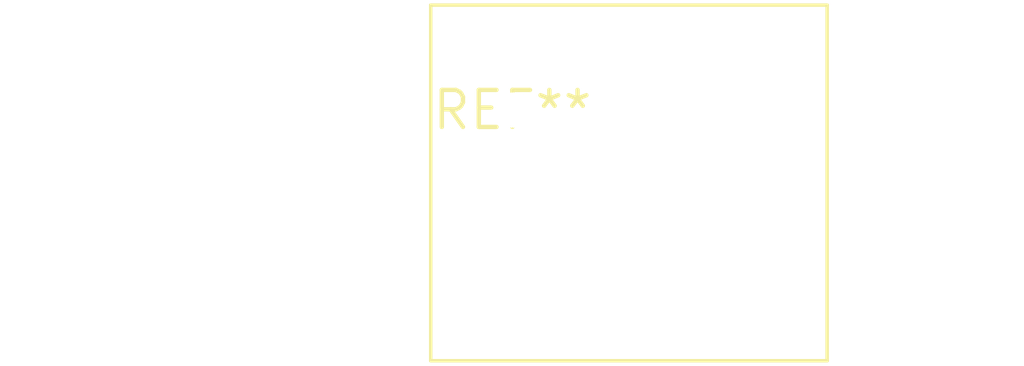
<source format=kicad_pcb>
(kicad_pcb (version 20240108) (generator pcbnew)
  (layers (0 "F.Cu" signal) (31 "B.Cu" signal) (34 "B.Paste" user) (35 "F.Paste" user) (36 "B.SilkS" user "B.Silkscreen") (37 "F.SilkS" user "F.Silkscreen") (38 "B.Mask" user) (39 "F.Mask" user) (44 "Edge.Cuts" user))
  (net 0 "")
  (footprint "SW_PUSH_E-Switch_FS5700DP_DPDT" (layer "F.Cu") (at 0 0)
    (property "Reference" "REF**")
    (property "Value" "SW_PUSH_E-Switch_FS5700DP_DPDT")
    (fp_line (start -2.8 -3.6) (end -2.8 8.6) (layer "F.SilkS") (stroke (width 0.12)))
    (fp_line (start -2.8 -3.6) (end 10.8 -3.6) (layer "F.SilkS") (stroke (width 0.12)))
    (fp_line (start 10.8 8.6) (end -2.8 8.6) (layer "F.SilkS") (stroke (width 0.12)))
    (fp_line (start 10.8 8.6) (end 10.8 -3.6) (layer "F.SilkS") (stroke (width 0.12)))
    (pad "1" thru_hole rect (at 0 0) (size 2 2) (drill 1.2) (layers *.Cu *.Mask) (remove_unused_layers))
    (pad "2" thru_hole circle (at 4 0) (size 2 2) (drill 1.2) (layers *.Cu *.Mask) (remove_unused_layers))
    (pad "3" thru_hole circle (at 8 0) (size 2 2) (drill 1.2) (layers *.Cu *.Mask) (remove_unused_layers))
    (pad "4" thru_hole circle (at 0 5) (size 2 2) (drill 1.2) (layers *.Cu *.Mask) (remove_unused_layers))
    (pad "5" thru_hole circle (at 4 5) (size 2 2) (drill 1.2) (layers *.Cu *.Mask) (remove_unused_layers))
    (pad "6" thru_hole circle (at 8 5) (size 2 2) (drill 1.2) (layers *.Cu *.Mask) (remove_unused_layers))
  )
)
</source>
